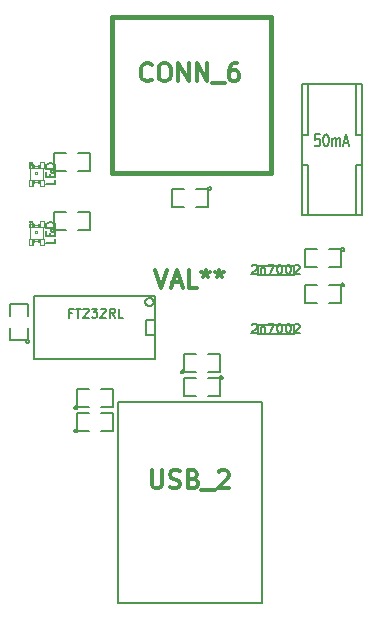
<source format=gto>
G04 (created by PCBNEW-RS274X (2012-jan-04)-stable) date Sun 06 Jan 2013 10:44:23 PM EET*
G01*
G70*
G90*
%MOIN*%
G04 Gerber Fmt 3.4, Leading zero omitted, Abs format*
%FSLAX34Y34*%
G04 APERTURE LIST*
%ADD10C,0.006000*%
%ADD11C,0.005000*%
%ADD12C,0.015000*%
%ADD13C,0.002600*%
%ADD14C,0.004000*%
%ADD15C,0.002000*%
%ADD16C,0.008000*%
%ADD17C,0.012000*%
%ADD18C,0.007500*%
G04 APERTURE END LIST*
G54D10*
G54D11*
X03899Y-18224D02*
X08699Y-18224D01*
X08699Y-18224D02*
X08699Y-11524D01*
X08699Y-11524D02*
X03899Y-11524D01*
X03899Y-11524D02*
X03899Y-18224D01*
X05091Y-08205D02*
X05088Y-08232D01*
X05080Y-08258D01*
X05067Y-08283D01*
X05050Y-08304D01*
X05028Y-08321D01*
X05004Y-08334D01*
X04978Y-08343D01*
X04950Y-08345D01*
X04924Y-08343D01*
X04898Y-08335D01*
X04873Y-08322D01*
X04852Y-08305D01*
X04834Y-08284D01*
X04821Y-08260D01*
X04813Y-08234D01*
X04810Y-08206D01*
X04812Y-08180D01*
X04819Y-08154D01*
X04832Y-08129D01*
X04849Y-08108D01*
X04870Y-08090D01*
X04894Y-08076D01*
X04920Y-08068D01*
X04948Y-08065D01*
X04974Y-08067D01*
X05000Y-08074D01*
X05025Y-08086D01*
X05047Y-08103D01*
X05065Y-08124D01*
X05078Y-08148D01*
X05087Y-08174D01*
X05090Y-08202D01*
X05091Y-08205D01*
X05150Y-09305D02*
X04850Y-09305D01*
X04850Y-09305D02*
X04850Y-08805D01*
X04850Y-08805D02*
X05150Y-08805D01*
X01100Y-08005D02*
X05150Y-08005D01*
X05150Y-10105D02*
X01100Y-10105D01*
X05150Y-10105D02*
X05150Y-08005D01*
X01100Y-10105D02*
X01100Y-08005D01*
X08561Y-07000D02*
X09761Y-07000D01*
X09761Y-07000D02*
X09761Y-07300D01*
X09761Y-07300D02*
X08561Y-07300D01*
X08561Y-07300D02*
X08561Y-07000D01*
X08561Y-08968D02*
X09761Y-08968D01*
X09761Y-08968D02*
X09761Y-09268D01*
X09761Y-09268D02*
X08561Y-09268D01*
X08561Y-09268D02*
X08561Y-08968D01*
X02550Y-11718D02*
X02549Y-11727D01*
X02546Y-11737D01*
X02541Y-11745D01*
X02535Y-11753D01*
X02527Y-11759D01*
X02519Y-11764D01*
X02510Y-11766D01*
X02500Y-11767D01*
X02491Y-11767D01*
X02482Y-11764D01*
X02473Y-11759D01*
X02466Y-11753D01*
X02459Y-11746D01*
X02455Y-11737D01*
X02452Y-11728D01*
X02451Y-11718D01*
X02451Y-11709D01*
X02454Y-11700D01*
X02458Y-11691D01*
X02465Y-11684D01*
X02472Y-11677D01*
X02480Y-11673D01*
X02490Y-11670D01*
X02499Y-11669D01*
X02508Y-11669D01*
X02518Y-11672D01*
X02526Y-11676D01*
X02534Y-11682D01*
X02540Y-11690D01*
X02545Y-11698D01*
X02548Y-11707D01*
X02549Y-11717D01*
X02550Y-11718D01*
X02950Y-11718D02*
X02550Y-11718D01*
X02550Y-11718D02*
X02550Y-11118D01*
X02550Y-11118D02*
X02950Y-11118D01*
X03350Y-11118D02*
X03750Y-11118D01*
X03750Y-11118D02*
X03750Y-11718D01*
X03750Y-11718D02*
X03350Y-11718D01*
X07000Y-04425D02*
X06999Y-04434D01*
X06996Y-04444D01*
X06991Y-04452D01*
X06985Y-04460D01*
X06977Y-04466D01*
X06969Y-04471D01*
X06960Y-04473D01*
X06950Y-04474D01*
X06941Y-04474D01*
X06932Y-04471D01*
X06923Y-04466D01*
X06916Y-04460D01*
X06909Y-04453D01*
X06905Y-04444D01*
X06902Y-04435D01*
X06901Y-04425D01*
X06901Y-04416D01*
X06904Y-04407D01*
X06908Y-04398D01*
X06915Y-04391D01*
X06922Y-04384D01*
X06930Y-04380D01*
X06940Y-04377D01*
X06949Y-04376D01*
X06958Y-04376D01*
X06968Y-04379D01*
X06976Y-04383D01*
X06984Y-04389D01*
X06990Y-04397D01*
X06995Y-04405D01*
X06998Y-04414D01*
X06999Y-04424D01*
X07000Y-04425D01*
X06500Y-04425D02*
X06900Y-04425D01*
X06900Y-04425D02*
X06900Y-05025D01*
X06900Y-05025D02*
X06500Y-05025D01*
X06100Y-05025D02*
X05700Y-05025D01*
X05700Y-05025D02*
X05700Y-04425D01*
X05700Y-04425D02*
X06100Y-04425D01*
X11436Y-07637D02*
X11435Y-07646D01*
X11432Y-07656D01*
X11427Y-07664D01*
X11421Y-07672D01*
X11413Y-07678D01*
X11405Y-07683D01*
X11396Y-07685D01*
X11386Y-07686D01*
X11377Y-07686D01*
X11368Y-07683D01*
X11359Y-07678D01*
X11352Y-07672D01*
X11345Y-07665D01*
X11341Y-07656D01*
X11338Y-07647D01*
X11337Y-07637D01*
X11337Y-07628D01*
X11340Y-07619D01*
X11344Y-07610D01*
X11351Y-07603D01*
X11358Y-07596D01*
X11366Y-07592D01*
X11376Y-07589D01*
X11385Y-07588D01*
X11394Y-07588D01*
X11404Y-07591D01*
X11412Y-07595D01*
X11420Y-07601D01*
X11426Y-07609D01*
X11431Y-07617D01*
X11434Y-07626D01*
X11435Y-07636D01*
X11436Y-07637D01*
X10936Y-07637D02*
X11336Y-07637D01*
X11336Y-07637D02*
X11336Y-08237D01*
X11336Y-08237D02*
X10936Y-08237D01*
X10536Y-08237D02*
X10136Y-08237D01*
X10136Y-08237D02*
X10136Y-07637D01*
X10136Y-07637D02*
X10536Y-07637D01*
X01762Y-03844D02*
X01761Y-03853D01*
X01758Y-03863D01*
X01753Y-03871D01*
X01747Y-03879D01*
X01739Y-03885D01*
X01731Y-03890D01*
X01722Y-03892D01*
X01712Y-03893D01*
X01703Y-03893D01*
X01694Y-03890D01*
X01685Y-03885D01*
X01678Y-03879D01*
X01671Y-03872D01*
X01667Y-03863D01*
X01664Y-03854D01*
X01663Y-03844D01*
X01663Y-03835D01*
X01666Y-03826D01*
X01670Y-03817D01*
X01677Y-03810D01*
X01684Y-03803D01*
X01692Y-03799D01*
X01702Y-03796D01*
X01711Y-03795D01*
X01720Y-03795D01*
X01730Y-03798D01*
X01738Y-03802D01*
X01746Y-03808D01*
X01752Y-03816D01*
X01757Y-03824D01*
X01760Y-03833D01*
X01761Y-03843D01*
X01762Y-03844D01*
X02162Y-03844D02*
X01762Y-03844D01*
X01762Y-03844D02*
X01762Y-03244D01*
X01762Y-03244D02*
X02162Y-03244D01*
X02562Y-03244D02*
X02962Y-03244D01*
X02962Y-03244D02*
X02962Y-03844D01*
X02962Y-03844D02*
X02562Y-03844D01*
X11436Y-06456D02*
X11435Y-06465D01*
X11432Y-06475D01*
X11427Y-06483D01*
X11421Y-06491D01*
X11413Y-06497D01*
X11405Y-06502D01*
X11396Y-06504D01*
X11386Y-06505D01*
X11377Y-06505D01*
X11368Y-06502D01*
X11359Y-06497D01*
X11352Y-06491D01*
X11345Y-06484D01*
X11341Y-06475D01*
X11338Y-06466D01*
X11337Y-06456D01*
X11337Y-06447D01*
X11340Y-06438D01*
X11344Y-06429D01*
X11351Y-06422D01*
X11358Y-06415D01*
X11366Y-06411D01*
X11376Y-06408D01*
X11385Y-06407D01*
X11394Y-06407D01*
X11404Y-06410D01*
X11412Y-06414D01*
X11420Y-06420D01*
X11426Y-06428D01*
X11431Y-06436D01*
X11434Y-06445D01*
X11435Y-06455D01*
X11436Y-06456D01*
X10936Y-06456D02*
X11336Y-06456D01*
X11336Y-06456D02*
X11336Y-07056D01*
X11336Y-07056D02*
X10936Y-07056D01*
X10536Y-07056D02*
X10136Y-07056D01*
X10136Y-07056D02*
X10136Y-06456D01*
X10136Y-06456D02*
X10536Y-06456D01*
X01762Y-05812D02*
X01761Y-05821D01*
X01758Y-05831D01*
X01753Y-05839D01*
X01747Y-05847D01*
X01739Y-05853D01*
X01731Y-05858D01*
X01722Y-05860D01*
X01712Y-05861D01*
X01703Y-05861D01*
X01694Y-05858D01*
X01685Y-05853D01*
X01678Y-05847D01*
X01671Y-05840D01*
X01667Y-05831D01*
X01664Y-05822D01*
X01663Y-05812D01*
X01663Y-05803D01*
X01666Y-05794D01*
X01670Y-05785D01*
X01677Y-05778D01*
X01684Y-05771D01*
X01692Y-05767D01*
X01702Y-05764D01*
X01711Y-05763D01*
X01720Y-05763D01*
X01730Y-05766D01*
X01738Y-05770D01*
X01746Y-05776D01*
X01752Y-05784D01*
X01757Y-05792D01*
X01760Y-05801D01*
X01761Y-05811D01*
X01762Y-05812D01*
X02162Y-05812D02*
X01762Y-05812D01*
X01762Y-05812D02*
X01762Y-05212D01*
X01762Y-05212D02*
X02162Y-05212D01*
X02562Y-05212D02*
X02962Y-05212D01*
X02962Y-05212D02*
X02962Y-05812D01*
X02962Y-05812D02*
X02562Y-05812D01*
X07393Y-10724D02*
X07392Y-10733D01*
X07389Y-10743D01*
X07384Y-10751D01*
X07378Y-10759D01*
X07370Y-10765D01*
X07362Y-10770D01*
X07353Y-10772D01*
X07343Y-10773D01*
X07334Y-10773D01*
X07325Y-10770D01*
X07316Y-10765D01*
X07309Y-10759D01*
X07302Y-10752D01*
X07298Y-10743D01*
X07295Y-10734D01*
X07294Y-10724D01*
X07294Y-10715D01*
X07297Y-10706D01*
X07301Y-10697D01*
X07308Y-10690D01*
X07315Y-10683D01*
X07323Y-10679D01*
X07333Y-10676D01*
X07342Y-10675D01*
X07351Y-10675D01*
X07361Y-10678D01*
X07369Y-10682D01*
X07377Y-10688D01*
X07383Y-10696D01*
X07388Y-10704D01*
X07391Y-10713D01*
X07392Y-10723D01*
X07393Y-10724D01*
X06893Y-10724D02*
X07293Y-10724D01*
X07293Y-10724D02*
X07293Y-11324D01*
X07293Y-11324D02*
X06893Y-11324D01*
X06493Y-11324D02*
X06093Y-11324D01*
X06093Y-11324D02*
X06093Y-10724D01*
X06093Y-10724D02*
X06493Y-10724D01*
X00941Y-09508D02*
X00940Y-09517D01*
X00937Y-09527D01*
X00932Y-09535D01*
X00926Y-09543D01*
X00918Y-09549D01*
X00910Y-09554D01*
X00901Y-09556D01*
X00891Y-09557D01*
X00882Y-09557D01*
X00873Y-09554D01*
X00864Y-09549D01*
X00857Y-09543D01*
X00850Y-09536D01*
X00846Y-09527D01*
X00843Y-09518D01*
X00842Y-09508D01*
X00842Y-09499D01*
X00845Y-09490D01*
X00849Y-09481D01*
X00856Y-09474D01*
X00863Y-09467D01*
X00871Y-09463D01*
X00881Y-09460D01*
X00890Y-09459D01*
X00899Y-09459D01*
X00909Y-09462D01*
X00917Y-09466D01*
X00925Y-09472D01*
X00931Y-09480D01*
X00936Y-09488D01*
X00939Y-09497D01*
X00940Y-09507D01*
X00941Y-09508D01*
X00891Y-09058D02*
X00891Y-09458D01*
X00891Y-09458D02*
X00291Y-09458D01*
X00291Y-09458D02*
X00291Y-09058D01*
X00291Y-08658D02*
X00291Y-08258D01*
X00291Y-08258D02*
X00891Y-08258D01*
X00891Y-08258D02*
X00891Y-08658D01*
X06093Y-10537D02*
X06092Y-10546D01*
X06089Y-10556D01*
X06084Y-10564D01*
X06078Y-10572D01*
X06070Y-10578D01*
X06062Y-10583D01*
X06053Y-10585D01*
X06043Y-10586D01*
X06034Y-10586D01*
X06025Y-10583D01*
X06016Y-10578D01*
X06009Y-10572D01*
X06002Y-10565D01*
X05998Y-10556D01*
X05995Y-10547D01*
X05994Y-10537D01*
X05994Y-10528D01*
X05997Y-10519D01*
X06001Y-10510D01*
X06008Y-10503D01*
X06015Y-10496D01*
X06023Y-10492D01*
X06033Y-10489D01*
X06042Y-10488D01*
X06051Y-10488D01*
X06061Y-10491D01*
X06069Y-10495D01*
X06077Y-10501D01*
X06083Y-10509D01*
X06088Y-10517D01*
X06091Y-10526D01*
X06092Y-10536D01*
X06093Y-10537D01*
X06493Y-10537D02*
X06093Y-10537D01*
X06093Y-10537D02*
X06093Y-09937D01*
X06093Y-09937D02*
X06493Y-09937D01*
X06893Y-09937D02*
X07293Y-09937D01*
X07293Y-09937D02*
X07293Y-10537D01*
X07293Y-10537D02*
X06893Y-10537D01*
X02550Y-12505D02*
X02549Y-12514D01*
X02546Y-12524D01*
X02541Y-12532D01*
X02535Y-12540D01*
X02527Y-12546D01*
X02519Y-12551D01*
X02510Y-12553D01*
X02500Y-12554D01*
X02491Y-12554D01*
X02482Y-12551D01*
X02473Y-12546D01*
X02466Y-12540D01*
X02459Y-12533D01*
X02455Y-12524D01*
X02452Y-12515D01*
X02451Y-12505D01*
X02451Y-12496D01*
X02454Y-12487D01*
X02458Y-12478D01*
X02465Y-12471D01*
X02472Y-12464D01*
X02480Y-12460D01*
X02490Y-12457D01*
X02499Y-12456D01*
X02508Y-12456D01*
X02518Y-12459D01*
X02526Y-12463D01*
X02534Y-12469D01*
X02540Y-12477D01*
X02545Y-12485D01*
X02548Y-12494D01*
X02549Y-12504D01*
X02550Y-12505D01*
X02950Y-12505D02*
X02550Y-12505D01*
X02550Y-12505D02*
X02550Y-11905D01*
X02550Y-11905D02*
X02950Y-11905D01*
X03350Y-11905D02*
X03750Y-11905D01*
X03750Y-11905D02*
X03750Y-12505D01*
X03750Y-12505D02*
X03350Y-12505D01*
G54D12*
X08999Y-03906D02*
X08999Y01294D01*
X03699Y-03906D02*
X03699Y01294D01*
X08999Y01294D02*
X03699Y01294D01*
X03999Y-03906D02*
X03699Y-03906D01*
X08999Y-03906D02*
X03999Y-03906D01*
G54D13*
X01299Y-03741D02*
X01427Y-03741D01*
X01427Y-03741D02*
X01427Y-03544D01*
X01299Y-03544D02*
X01427Y-03544D01*
X01299Y-03741D02*
X01299Y-03544D01*
X01054Y-03741D02*
X01113Y-03741D01*
X01113Y-03741D02*
X01113Y-03642D01*
X01054Y-03642D02*
X01113Y-03642D01*
X01054Y-03741D02*
X01054Y-03642D01*
X01249Y-03741D02*
X01308Y-03741D01*
X01308Y-03741D02*
X01308Y-03642D01*
X01249Y-03642D02*
X01308Y-03642D01*
X01249Y-03741D02*
X01249Y-03642D01*
X01103Y-03741D02*
X01259Y-03741D01*
X01259Y-03741D02*
X01259Y-03672D01*
X01103Y-03672D02*
X01259Y-03672D01*
X01103Y-03741D02*
X01103Y-03672D01*
X01299Y-04330D02*
X01427Y-04330D01*
X01427Y-04330D02*
X01427Y-04133D01*
X01299Y-04133D02*
X01427Y-04133D01*
X01299Y-04330D02*
X01299Y-04133D01*
X00935Y-04330D02*
X01063Y-04330D01*
X01063Y-04330D02*
X01063Y-04133D01*
X00935Y-04133D02*
X01063Y-04133D01*
X00935Y-04330D02*
X00935Y-04133D01*
X01249Y-04232D02*
X01308Y-04232D01*
X01308Y-04232D02*
X01308Y-04133D01*
X01249Y-04133D02*
X01308Y-04133D01*
X01249Y-04232D02*
X01249Y-04133D01*
X01054Y-04232D02*
X01113Y-04232D01*
X01113Y-04232D02*
X01113Y-04133D01*
X01054Y-04133D02*
X01113Y-04133D01*
X01054Y-04232D02*
X01054Y-04133D01*
X01103Y-04202D02*
X01259Y-04202D01*
X01259Y-04202D02*
X01259Y-04133D01*
X01103Y-04133D02*
X01259Y-04133D01*
X01103Y-04202D02*
X01103Y-04133D01*
X01142Y-03937D02*
X01220Y-03937D01*
X01220Y-03937D02*
X01220Y-03859D01*
X01142Y-03859D02*
X01220Y-03859D01*
X01142Y-03937D02*
X01142Y-03859D01*
X00945Y-03741D02*
X01063Y-03741D01*
X01063Y-03741D02*
X01063Y-03623D01*
X00945Y-03623D02*
X01063Y-03623D01*
X00945Y-03741D02*
X00945Y-03623D01*
X00935Y-03573D02*
X01024Y-03573D01*
X01024Y-03573D02*
X01024Y-03544D01*
X00935Y-03544D02*
X01024Y-03544D01*
X00935Y-03573D02*
X00935Y-03544D01*
G54D14*
X01407Y-03731D02*
X01407Y-04143D01*
X00955Y-04133D02*
X00955Y-03573D01*
G54D15*
X01032Y-03603D02*
X01031Y-03608D01*
X01029Y-03613D01*
X01027Y-03618D01*
X01023Y-03622D01*
X01019Y-03626D01*
X01014Y-03628D01*
X01009Y-03630D01*
X01004Y-03630D01*
X00999Y-03630D01*
X00994Y-03628D01*
X00989Y-03626D01*
X00985Y-03623D01*
X00981Y-03618D01*
X00979Y-03614D01*
X00977Y-03608D01*
X00977Y-03603D01*
X00977Y-03598D01*
X00978Y-03593D01*
X00981Y-03588D01*
X00984Y-03584D01*
X00989Y-03581D01*
X00993Y-03578D01*
X00998Y-03576D01*
X01004Y-03576D01*
X01008Y-03576D01*
X01014Y-03577D01*
X01019Y-03580D01*
X01023Y-03583D01*
X01026Y-03587D01*
X01029Y-03592D01*
X01031Y-03597D01*
X01031Y-03603D01*
X01032Y-03603D01*
G54D14*
X01044Y-03544D02*
X01045Y-03555D01*
X01047Y-03567D01*
X01049Y-03579D01*
X01053Y-03590D01*
X01057Y-03601D01*
X01063Y-03612D01*
X01069Y-03622D01*
X01077Y-03632D01*
X01085Y-03640D01*
X01093Y-03648D01*
X01103Y-03656D01*
X01113Y-03662D01*
X01124Y-03668D01*
X01135Y-03672D01*
X01146Y-03676D01*
X01158Y-03678D01*
X01170Y-03680D01*
X01181Y-03681D01*
X01192Y-03680D01*
X01204Y-03678D01*
X01216Y-03676D01*
X01227Y-03672D01*
X01238Y-03668D01*
X01249Y-03662D01*
X01259Y-03656D01*
X01269Y-03648D01*
X01277Y-03640D01*
X01285Y-03632D01*
X01293Y-03622D01*
X01299Y-03612D01*
X01305Y-03601D01*
X01309Y-03590D01*
X01313Y-03579D01*
X01315Y-03567D01*
X01317Y-03555D01*
X01318Y-03544D01*
X01318Y-04330D02*
X01317Y-04319D01*
X01315Y-04307D01*
X01313Y-04295D01*
X01309Y-04284D01*
X01305Y-04273D01*
X01299Y-04262D01*
X01293Y-04252D01*
X01285Y-04242D01*
X01277Y-04234D01*
X01269Y-04226D01*
X01259Y-04218D01*
X01249Y-04212D01*
X01238Y-04206D01*
X01227Y-04202D01*
X01216Y-04198D01*
X01204Y-04196D01*
X01192Y-04194D01*
X01181Y-04193D01*
X01170Y-04194D01*
X01158Y-04196D01*
X01146Y-04198D01*
X01135Y-04202D01*
X01124Y-04206D01*
X01113Y-04212D01*
X01103Y-04218D01*
X01093Y-04226D01*
X01085Y-04234D01*
X01077Y-04242D01*
X01069Y-04252D01*
X01063Y-04262D01*
X01057Y-04273D01*
X01053Y-04284D01*
X01049Y-04295D01*
X01047Y-04307D01*
X01045Y-04319D01*
X01044Y-04330D01*
G54D13*
X01299Y-05710D02*
X01427Y-05710D01*
X01427Y-05710D02*
X01427Y-05513D01*
X01299Y-05513D02*
X01427Y-05513D01*
X01299Y-05710D02*
X01299Y-05513D01*
X01054Y-05710D02*
X01113Y-05710D01*
X01113Y-05710D02*
X01113Y-05611D01*
X01054Y-05611D02*
X01113Y-05611D01*
X01054Y-05710D02*
X01054Y-05611D01*
X01249Y-05710D02*
X01308Y-05710D01*
X01308Y-05710D02*
X01308Y-05611D01*
X01249Y-05611D02*
X01308Y-05611D01*
X01249Y-05710D02*
X01249Y-05611D01*
X01103Y-05710D02*
X01259Y-05710D01*
X01259Y-05710D02*
X01259Y-05641D01*
X01103Y-05641D02*
X01259Y-05641D01*
X01103Y-05710D02*
X01103Y-05641D01*
X01299Y-06299D02*
X01427Y-06299D01*
X01427Y-06299D02*
X01427Y-06102D01*
X01299Y-06102D02*
X01427Y-06102D01*
X01299Y-06299D02*
X01299Y-06102D01*
X00935Y-06299D02*
X01063Y-06299D01*
X01063Y-06299D02*
X01063Y-06102D01*
X00935Y-06102D02*
X01063Y-06102D01*
X00935Y-06299D02*
X00935Y-06102D01*
X01249Y-06201D02*
X01308Y-06201D01*
X01308Y-06201D02*
X01308Y-06102D01*
X01249Y-06102D02*
X01308Y-06102D01*
X01249Y-06201D02*
X01249Y-06102D01*
X01054Y-06201D02*
X01113Y-06201D01*
X01113Y-06201D02*
X01113Y-06102D01*
X01054Y-06102D02*
X01113Y-06102D01*
X01054Y-06201D02*
X01054Y-06102D01*
X01103Y-06171D02*
X01259Y-06171D01*
X01259Y-06171D02*
X01259Y-06102D01*
X01103Y-06102D02*
X01259Y-06102D01*
X01103Y-06171D02*
X01103Y-06102D01*
X01142Y-05906D02*
X01220Y-05906D01*
X01220Y-05906D02*
X01220Y-05828D01*
X01142Y-05828D02*
X01220Y-05828D01*
X01142Y-05906D02*
X01142Y-05828D01*
X00945Y-05710D02*
X01063Y-05710D01*
X01063Y-05710D02*
X01063Y-05592D01*
X00945Y-05592D02*
X01063Y-05592D01*
X00945Y-05710D02*
X00945Y-05592D01*
X00935Y-05542D02*
X01024Y-05542D01*
X01024Y-05542D02*
X01024Y-05513D01*
X00935Y-05513D02*
X01024Y-05513D01*
X00935Y-05542D02*
X00935Y-05513D01*
G54D14*
X01407Y-05700D02*
X01407Y-06112D01*
X00955Y-06102D02*
X00955Y-05542D01*
G54D15*
X01032Y-05572D02*
X01031Y-05577D01*
X01029Y-05582D01*
X01027Y-05587D01*
X01023Y-05591D01*
X01019Y-05595D01*
X01014Y-05597D01*
X01009Y-05599D01*
X01004Y-05599D01*
X00999Y-05599D01*
X00994Y-05597D01*
X00989Y-05595D01*
X00985Y-05592D01*
X00981Y-05587D01*
X00979Y-05583D01*
X00977Y-05577D01*
X00977Y-05572D01*
X00977Y-05567D01*
X00978Y-05562D01*
X00981Y-05557D01*
X00984Y-05553D01*
X00989Y-05550D01*
X00993Y-05547D01*
X00998Y-05545D01*
X01004Y-05545D01*
X01008Y-05545D01*
X01014Y-05546D01*
X01019Y-05549D01*
X01023Y-05552D01*
X01026Y-05556D01*
X01029Y-05561D01*
X01031Y-05566D01*
X01031Y-05572D01*
X01032Y-05572D01*
G54D14*
X01044Y-05513D02*
X01045Y-05524D01*
X01047Y-05536D01*
X01049Y-05548D01*
X01053Y-05559D01*
X01057Y-05570D01*
X01063Y-05581D01*
X01069Y-05591D01*
X01077Y-05601D01*
X01085Y-05609D01*
X01093Y-05617D01*
X01103Y-05625D01*
X01113Y-05631D01*
X01124Y-05637D01*
X01135Y-05641D01*
X01146Y-05645D01*
X01158Y-05647D01*
X01170Y-05649D01*
X01181Y-05650D01*
X01192Y-05649D01*
X01204Y-05647D01*
X01216Y-05645D01*
X01227Y-05641D01*
X01238Y-05637D01*
X01249Y-05631D01*
X01259Y-05625D01*
X01269Y-05617D01*
X01277Y-05609D01*
X01285Y-05601D01*
X01293Y-05591D01*
X01299Y-05581D01*
X01305Y-05570D01*
X01309Y-05559D01*
X01313Y-05548D01*
X01315Y-05536D01*
X01317Y-05524D01*
X01318Y-05513D01*
X01318Y-06299D02*
X01317Y-06288D01*
X01315Y-06276D01*
X01313Y-06264D01*
X01309Y-06253D01*
X01305Y-06242D01*
X01299Y-06231D01*
X01293Y-06221D01*
X01285Y-06211D01*
X01277Y-06203D01*
X01269Y-06195D01*
X01259Y-06187D01*
X01249Y-06181D01*
X01238Y-06175D01*
X01227Y-06171D01*
X01216Y-06167D01*
X01204Y-06165D01*
X01192Y-06163D01*
X01181Y-06162D01*
X01170Y-06163D01*
X01158Y-06165D01*
X01146Y-06167D01*
X01135Y-06171D01*
X01124Y-06175D01*
X01113Y-06181D01*
X01103Y-06187D01*
X01093Y-06195D01*
X01085Y-06203D01*
X01077Y-06211D01*
X01069Y-06221D01*
X01063Y-06231D01*
X01057Y-06242D01*
X01053Y-06253D01*
X01049Y-06264D01*
X01047Y-06276D01*
X01045Y-06288D01*
X01044Y-06299D01*
G54D16*
X11824Y-00950D02*
X11824Y-02650D01*
X11824Y-02650D02*
X12024Y-02650D01*
X10224Y-00950D02*
X10224Y-02650D01*
X10224Y-02650D02*
X10024Y-02650D01*
X10224Y-05300D02*
X10224Y-03650D01*
X10224Y-03650D02*
X10024Y-03650D01*
X11824Y-05300D02*
X11824Y-03650D01*
X11824Y-03650D02*
X12024Y-03650D01*
X12024Y-05300D02*
X12024Y-00950D01*
X10024Y-00950D02*
X10024Y-05300D01*
X10024Y-00950D02*
X12024Y-00950D01*
X12024Y-05300D02*
X10024Y-05300D01*
G54D17*
X05028Y-13817D02*
X05028Y-14303D01*
X05056Y-14360D01*
X05085Y-14388D01*
X05142Y-14417D01*
X05256Y-14417D01*
X05314Y-14388D01*
X05342Y-14360D01*
X05371Y-14303D01*
X05371Y-13817D01*
X05628Y-14388D02*
X05714Y-14417D01*
X05857Y-14417D01*
X05914Y-14388D01*
X05943Y-14360D01*
X05971Y-14303D01*
X05971Y-14245D01*
X05943Y-14188D01*
X05914Y-14160D01*
X05857Y-14131D01*
X05743Y-14103D01*
X05685Y-14074D01*
X05657Y-14045D01*
X05628Y-13988D01*
X05628Y-13931D01*
X05657Y-13874D01*
X05685Y-13845D01*
X05743Y-13817D01*
X05885Y-13817D01*
X05971Y-13845D01*
X06428Y-14103D02*
X06514Y-14131D01*
X06542Y-14160D01*
X06571Y-14217D01*
X06571Y-14303D01*
X06542Y-14360D01*
X06514Y-14388D01*
X06456Y-14417D01*
X06228Y-14417D01*
X06228Y-13817D01*
X06428Y-13817D01*
X06485Y-13845D01*
X06514Y-13874D01*
X06542Y-13931D01*
X06542Y-13988D01*
X06514Y-14045D01*
X06485Y-14074D01*
X06428Y-14103D01*
X06228Y-14103D01*
X06685Y-14474D02*
X07142Y-14474D01*
X07256Y-13874D02*
X07285Y-13845D01*
X07342Y-13817D01*
X07485Y-13817D01*
X07542Y-13845D01*
X07571Y-13874D01*
X07599Y-13931D01*
X07599Y-13988D01*
X07571Y-14074D01*
X07228Y-14417D01*
X07599Y-14417D01*
X05142Y-07124D02*
X05342Y-07724D01*
X05542Y-07124D01*
X05713Y-07552D02*
X05999Y-07552D01*
X05656Y-07724D02*
X05856Y-07124D01*
X06056Y-07724D01*
X06542Y-07724D02*
X06256Y-07724D01*
X06256Y-07124D01*
X06828Y-07124D02*
X06828Y-07267D01*
X06685Y-07210D02*
X06828Y-07267D01*
X06970Y-07210D01*
X06742Y-07381D02*
X06828Y-07267D01*
X06913Y-07381D01*
X07285Y-07124D02*
X07285Y-07267D01*
X07142Y-07210D02*
X07285Y-07267D01*
X07427Y-07210D01*
X07199Y-07381D02*
X07285Y-07267D01*
X07370Y-07381D01*
G54D11*
X02378Y-08569D02*
X02278Y-08569D01*
X02278Y-08726D02*
X02278Y-08426D01*
X02421Y-08426D01*
X02493Y-08426D02*
X02664Y-08426D01*
X02578Y-08726D02*
X02578Y-08426D01*
X02750Y-08455D02*
X02764Y-08441D01*
X02793Y-08426D01*
X02864Y-08426D01*
X02893Y-08441D01*
X02907Y-08455D01*
X02922Y-08484D01*
X02922Y-08512D01*
X02907Y-08555D01*
X02736Y-08726D01*
X02922Y-08726D01*
X03022Y-08426D02*
X03208Y-08426D01*
X03108Y-08541D01*
X03150Y-08541D01*
X03179Y-08555D01*
X03193Y-08569D01*
X03208Y-08598D01*
X03208Y-08669D01*
X03193Y-08698D01*
X03179Y-08712D01*
X03150Y-08726D01*
X03065Y-08726D01*
X03036Y-08712D01*
X03022Y-08698D01*
X03322Y-08455D02*
X03336Y-08441D01*
X03365Y-08426D01*
X03436Y-08426D01*
X03465Y-08441D01*
X03479Y-08455D01*
X03494Y-08484D01*
X03494Y-08512D01*
X03479Y-08555D01*
X03308Y-08726D01*
X03494Y-08726D01*
X03794Y-08726D02*
X03694Y-08584D01*
X03622Y-08726D02*
X03622Y-08426D01*
X03737Y-08426D01*
X03765Y-08441D01*
X03780Y-08455D01*
X03794Y-08484D01*
X03794Y-08526D01*
X03780Y-08555D01*
X03765Y-08569D01*
X03737Y-08584D01*
X03622Y-08584D01*
X04065Y-08726D02*
X03922Y-08726D01*
X03922Y-08426D01*
G54D18*
X08368Y-07000D02*
X08382Y-06986D01*
X08411Y-06971D01*
X08482Y-06971D01*
X08511Y-06986D01*
X08525Y-07000D01*
X08540Y-07029D01*
X08540Y-07057D01*
X08525Y-07100D01*
X08354Y-07271D01*
X08540Y-07271D01*
X08668Y-07071D02*
X08668Y-07271D01*
X08668Y-07100D02*
X08683Y-07086D01*
X08711Y-07071D01*
X08754Y-07071D01*
X08783Y-07086D01*
X08797Y-07114D01*
X08797Y-07271D01*
X08911Y-06971D02*
X09111Y-06971D01*
X08982Y-07271D01*
X09283Y-06971D02*
X09311Y-06971D01*
X09340Y-06986D01*
X09354Y-07000D01*
X09368Y-07029D01*
X09383Y-07086D01*
X09383Y-07157D01*
X09368Y-07214D01*
X09354Y-07243D01*
X09340Y-07257D01*
X09311Y-07271D01*
X09283Y-07271D01*
X09254Y-07257D01*
X09240Y-07243D01*
X09225Y-07214D01*
X09211Y-07157D01*
X09211Y-07086D01*
X09225Y-07029D01*
X09240Y-07000D01*
X09254Y-06986D01*
X09283Y-06971D01*
X09569Y-06971D02*
X09597Y-06971D01*
X09626Y-06986D01*
X09640Y-07000D01*
X09654Y-07029D01*
X09669Y-07086D01*
X09669Y-07157D01*
X09654Y-07214D01*
X09640Y-07243D01*
X09626Y-07257D01*
X09597Y-07271D01*
X09569Y-07271D01*
X09540Y-07257D01*
X09526Y-07243D01*
X09511Y-07214D01*
X09497Y-07157D01*
X09497Y-07086D01*
X09511Y-07029D01*
X09526Y-07000D01*
X09540Y-06986D01*
X09569Y-06971D01*
X09783Y-07000D02*
X09797Y-06986D01*
X09826Y-06971D01*
X09897Y-06971D01*
X09926Y-06986D01*
X09940Y-07000D01*
X09955Y-07029D01*
X09955Y-07057D01*
X09940Y-07100D01*
X09769Y-07271D01*
X09955Y-07271D01*
X08368Y-08968D02*
X08382Y-08954D01*
X08411Y-08939D01*
X08482Y-08939D01*
X08511Y-08954D01*
X08525Y-08968D01*
X08540Y-08997D01*
X08540Y-09025D01*
X08525Y-09068D01*
X08354Y-09239D01*
X08540Y-09239D01*
X08668Y-09039D02*
X08668Y-09239D01*
X08668Y-09068D02*
X08683Y-09054D01*
X08711Y-09039D01*
X08754Y-09039D01*
X08783Y-09054D01*
X08797Y-09082D01*
X08797Y-09239D01*
X08911Y-08939D02*
X09111Y-08939D01*
X08982Y-09239D01*
X09283Y-08939D02*
X09311Y-08939D01*
X09340Y-08954D01*
X09354Y-08968D01*
X09368Y-08997D01*
X09383Y-09054D01*
X09383Y-09125D01*
X09368Y-09182D01*
X09354Y-09211D01*
X09340Y-09225D01*
X09311Y-09239D01*
X09283Y-09239D01*
X09254Y-09225D01*
X09240Y-09211D01*
X09225Y-09182D01*
X09211Y-09125D01*
X09211Y-09054D01*
X09225Y-08997D01*
X09240Y-08968D01*
X09254Y-08954D01*
X09283Y-08939D01*
X09569Y-08939D02*
X09597Y-08939D01*
X09626Y-08954D01*
X09640Y-08968D01*
X09654Y-08997D01*
X09669Y-09054D01*
X09669Y-09125D01*
X09654Y-09182D01*
X09640Y-09211D01*
X09626Y-09225D01*
X09597Y-09239D01*
X09569Y-09239D01*
X09540Y-09225D01*
X09526Y-09211D01*
X09511Y-09182D01*
X09497Y-09125D01*
X09497Y-09054D01*
X09511Y-08997D01*
X09526Y-08968D01*
X09540Y-08954D01*
X09569Y-08939D01*
X09783Y-08968D02*
X09797Y-08954D01*
X09826Y-08939D01*
X09897Y-08939D01*
X09926Y-08954D01*
X09940Y-08968D01*
X09955Y-08997D01*
X09955Y-09025D01*
X09940Y-09068D01*
X09769Y-09239D01*
X09955Y-09239D01*
G54D17*
X05028Y-00792D02*
X04999Y-00820D01*
X04913Y-00849D01*
X04856Y-00849D01*
X04771Y-00820D01*
X04713Y-00763D01*
X04685Y-00706D01*
X04656Y-00592D01*
X04656Y-00506D01*
X04685Y-00392D01*
X04713Y-00335D01*
X04771Y-00277D01*
X04856Y-00249D01*
X04913Y-00249D01*
X04999Y-00277D01*
X05028Y-00306D01*
X05399Y-00249D02*
X05513Y-00249D01*
X05571Y-00277D01*
X05628Y-00335D01*
X05656Y-00449D01*
X05656Y-00649D01*
X05628Y-00763D01*
X05571Y-00820D01*
X05513Y-00849D01*
X05399Y-00849D01*
X05342Y-00820D01*
X05285Y-00763D01*
X05256Y-00649D01*
X05256Y-00449D01*
X05285Y-00335D01*
X05342Y-00277D01*
X05399Y-00249D01*
X05914Y-00849D02*
X05914Y-00249D01*
X06257Y-00849D01*
X06257Y-00249D01*
X06543Y-00849D02*
X06543Y-00249D01*
X06886Y-00849D01*
X06886Y-00249D01*
X07029Y-00906D02*
X07486Y-00906D01*
X07886Y-00249D02*
X07772Y-00249D01*
X07715Y-00277D01*
X07686Y-00306D01*
X07629Y-00392D01*
X07600Y-00506D01*
X07600Y-00735D01*
X07629Y-00792D01*
X07657Y-00820D01*
X07715Y-00849D01*
X07829Y-00849D01*
X07886Y-00820D01*
X07915Y-00792D01*
X07943Y-00735D01*
X07943Y-00592D01*
X07915Y-00535D01*
X07886Y-00506D01*
X07829Y-00477D01*
X07715Y-00477D01*
X07657Y-00506D01*
X07629Y-00535D01*
X07600Y-00592D01*
G54D11*
X01802Y-04130D02*
X01802Y-04273D01*
X01502Y-04273D01*
X01645Y-04030D02*
X01645Y-03930D01*
X01802Y-03887D02*
X01802Y-04030D01*
X01502Y-04030D01*
X01502Y-03887D01*
X01802Y-03759D02*
X01502Y-03759D01*
X01502Y-03687D01*
X01517Y-03644D01*
X01545Y-03616D01*
X01574Y-03601D01*
X01631Y-03587D01*
X01674Y-03587D01*
X01731Y-03601D01*
X01760Y-03616D01*
X01788Y-03644D01*
X01802Y-03687D01*
X01802Y-03759D01*
X01802Y-06099D02*
X01802Y-06242D01*
X01502Y-06242D01*
X01645Y-05999D02*
X01645Y-05899D01*
X01802Y-05856D02*
X01802Y-05999D01*
X01502Y-05999D01*
X01502Y-05856D01*
X01802Y-05728D02*
X01502Y-05728D01*
X01502Y-05656D01*
X01517Y-05613D01*
X01545Y-05585D01*
X01574Y-05570D01*
X01631Y-05556D01*
X01674Y-05556D01*
X01731Y-05570D01*
X01760Y-05585D01*
X01788Y-05613D01*
X01802Y-05656D01*
X01802Y-05728D01*
G54D10*
X10624Y-02612D02*
X10481Y-02612D01*
X10467Y-02802D01*
X10481Y-02783D01*
X10510Y-02764D01*
X10581Y-02764D01*
X10610Y-02783D01*
X10624Y-02802D01*
X10639Y-02840D01*
X10639Y-02936D01*
X10624Y-02974D01*
X10610Y-02993D01*
X10581Y-03012D01*
X10510Y-03012D01*
X10481Y-02993D01*
X10467Y-02974D01*
X10825Y-02612D02*
X10853Y-02612D01*
X10882Y-02631D01*
X10896Y-02650D01*
X10910Y-02688D01*
X10925Y-02764D01*
X10925Y-02860D01*
X10910Y-02936D01*
X10896Y-02974D01*
X10882Y-02993D01*
X10853Y-03012D01*
X10825Y-03012D01*
X10796Y-02993D01*
X10782Y-02974D01*
X10767Y-02936D01*
X10753Y-02860D01*
X10753Y-02764D01*
X10767Y-02688D01*
X10782Y-02650D01*
X10796Y-02631D01*
X10825Y-02612D01*
X11053Y-03012D02*
X11053Y-02745D01*
X11053Y-02783D02*
X11068Y-02764D01*
X11096Y-02745D01*
X11139Y-02745D01*
X11168Y-02764D01*
X11182Y-02802D01*
X11182Y-03012D01*
X11182Y-02802D02*
X11196Y-02764D01*
X11225Y-02745D01*
X11268Y-02745D01*
X11296Y-02764D01*
X11311Y-02802D01*
X11311Y-03012D01*
X11439Y-02898D02*
X11582Y-02898D01*
X11411Y-03012D02*
X11511Y-02612D01*
X11611Y-03012D01*
M02*

</source>
